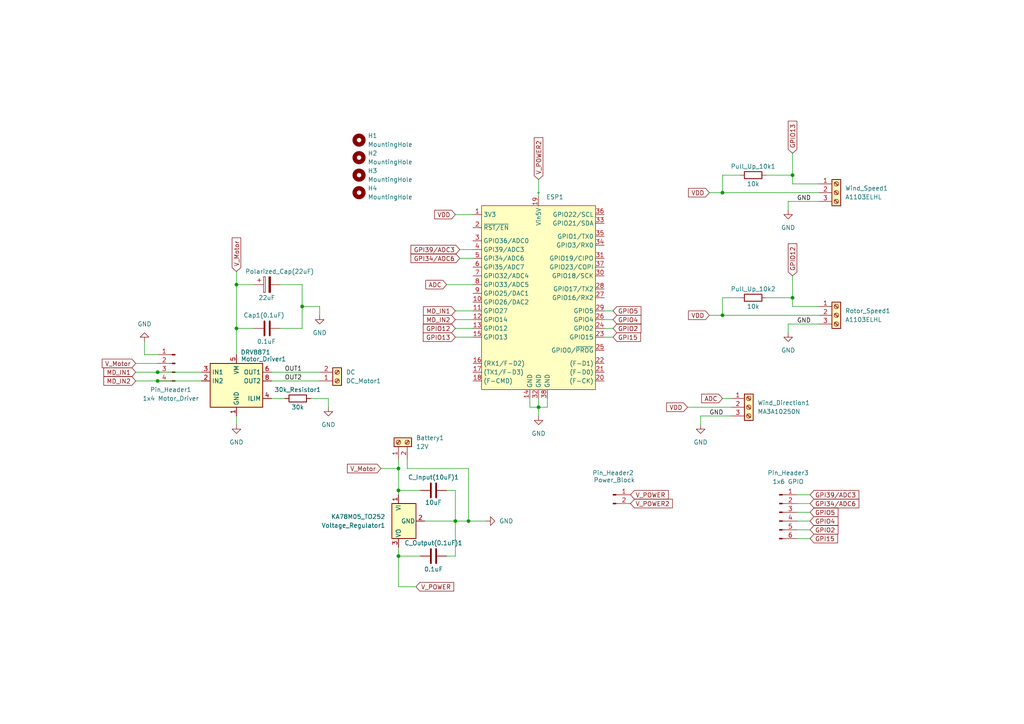
<source format=kicad_sch>
(kicad_sch (version 20230121) (generator eeschema)
  (paper "A4")
  (title_block (title "ME507_Turbine_PCB") (date "2023-11-02") (rev "V.2") (company "Cal Poly") (comment 1 "Jacob Brooks, Shashwat Sparsh"))
  (lib_symbols
    (symbol "Connector:Conn_01x02_Pin" (pin_names (offset 1.016) hide)
      (property "Reference" "J" (at 0 2.54 0))
      (property "Value" "Conn_01x02_Pin" (at 0 -5.08 0))
      (symbol "Conn_01x02_Pin_1_1"
        (polyline (pts (xy 1.27 -2.54) (xy 0.8636 -2.54)) (stroke (width 0.1524)))
        (polyline (pts (xy 1.27 0) (xy 0.8636 0)) (stroke (width 0.1524)))
        (rectangle (start 0.8636 -2.413) (end 0 -2.667) (stroke (width 0.1524)) (fill (type outline)))
        (rectangle (start 0.8636 0.127) (end 0 -0.127) (stroke (width 0.1524)) (fill (type outline)))
        (pin passive line (at 5.08 0 180) (length 3.81) (name "Pin_1") (number "1"))
        (pin passive line (at 5.08 -2.54 180) (length 3.81) (name "Pin_2") (number "2"))
      )
    )
    (symbol "Connector:Conn_01x04_Pin" (pin_names (offset 1.016) hide)
      (property "Reference" "J" (at 0 5.08 0))
      (property "Value" "Conn_01x04_Pin" (at 0 -7.62 0))
      (symbol "Conn_01x04_Pin_1_1"
        (polyline (pts (xy 1.27 -5.08) (xy 0.8636 -5.08)) (stroke (width 0.1524)))
        (polyline (pts (xy 1.27 -2.54) (xy 0.8636 -2.54)) (stroke (width 0.1524)))
        (polyline (pts (xy 1.27 0) (xy 0.8636 0)) (stroke (width 0.1524)))
        (polyline (pts (xy 1.27 2.54) (xy 0.8636 2.54)) (stroke (width 0.1524)))
        (rectangle (start 0.8636 -4.953) (end 0 -5.207) (stroke (width 0.1524)) (fill (type outline)))
        (rectangle (start 0.8636 -2.413) (end 0 -2.667) (stroke (width 0.1524)) (fill (type outline)))
        (rectangle (start 0.8636 0.127) (end 0 -0.127) (stroke (width 0.1524)) (fill (type outline)))
        (rectangle (start 0.8636 2.667) (end 0 2.413) (stroke (width 0.1524)) (fill (type outline)))
        (pin passive line (at 5.08 2.54 180) (length 3.81) (name "Pin_1") (number "1"))
        (pin passive line (at 5.08 0 180) (length 3.81) (name "Pin_2") (number "2"))
        (pin passive line (at 5.08 -2.54 180) (length 3.81) (name "Pin_3") (number "3"))
        (pin passive line (at 5.08 -5.08 180) (length 3.81) (name "Pin_4") (number "4"))
      )
    )
    (symbol "Connector:Conn_01x06_Pin" (pin_names (offset 1.016) hide)
      (property "Reference" "J" (at 0 7.62 0))
      (property "Value" "Conn_01x06_Pin" (at 0 -10.16 0))
      (symbol "Conn_01x06_Pin_1_1"
        (polyline (pts (xy 1.27 -7.62) (xy 0.8636 -7.62)) (stroke (width 0.1524)))
        (polyline (pts (xy 1.27 -5.08) (xy 0.8636 -5.08)) (stroke (width 0.1524)))
        (polyline (pts (xy 1.27 -2.54) (xy 0.8636 -2.54)) (stroke (width 0.1524)))
        (polyline (pts (xy 1.27 0) (xy 0.8636 0)) (stroke (width 0.1524)))
        (polyline (pts (xy 1.27 2.54) (xy 0.8636 2.54)) (stroke (width 0.1524)))
        (polyline (pts (xy 1.27 5.08) (xy 0.8636 5.08)) (stroke (width 0.1524)))
        (rectangle (start 0.8636 -7.493) (end 0 -7.747) (stroke (width 0.1524)) (fill (type outline)))
        (rectangle (start 0.8636 -4.953) (end 0 -5.207) (stroke (width 0.1524)) (fill (type outline)))
        (rectangle (start 0.8636 -2.413) (end 0 -2.667) (stroke (width 0.1524)) (fill (type outline)))
        (rectangle (start 0.8636 0.127) (end 0 -0.127) (stroke (width 0.1524)) (fill (type outline)))
        (rectangle (start 0.8636 2.667) (end 0 2.413) (stroke (width 0.1524)) (fill (type outline)))
        (rectangle (start 0.8636 5.207) (end 0 4.953) (stroke (width 0.1524)) (fill (type outline)))
        (pin passive line (at 5.08 5.08 180) (length 3.81) (name "Pin_1") (number "1"))
        (pin passive line (at 5.08 2.54 180) (length 3.81) (name "Pin_2") (number "2"))
        (pin passive line (at 5.08 0 180) (length 3.81) (name "Pin_3") (number "3"))
        (pin passive line (at 5.08 -2.54 180) (length 3.81) (name "Pin_4") (number "4"))
        (pin passive line (at 5.08 -5.08 180) (length 3.81) (name "Pin_5") (number "5"))
        (pin passive line (at 5.08 -7.62 180) (length 3.81) (name "Pin_6") (number "6"))
      )
    )
    (symbol "Connector:Screw_Terminal_01x02" (pin_names (offset 1.016) hide)
      (property "Reference" "J" (at 0 2.54 0))
      (property "Value" "Screw_Terminal_01x02" (at 0 -5.08 0))
      (symbol "Screw_Terminal_01x02_1_1"
        (rectangle (start -1.27 1.27) (end 1.27 -3.81) (stroke (width 0.254)) (fill (type background)))
        (circle (center 0 -2.54) (radius 0.635) (stroke (width 0.1524)))
        (polyline (pts (xy -0.5334 -2.2098) (xy 0.3302 -3.048)) (stroke (width 0.1524)))
        (polyline (pts (xy -0.5334 0.3302) (xy 0.3302 -0.508)) (stroke (width 0.1524)))
        (polyline (pts (xy -0.3556 -2.032) (xy 0.508 -2.8702)) (stroke (width 0.1524)))
        (polyline (pts (xy -0.3556 0.508) (xy 0.508 -0.3302)) (stroke (width 0.1524)))
        (circle (center 0 0) (radius 0.635) (stroke (width 0.1524)))
        (pin passive line (at -5.08 0 0) (length 3.81) (name "Pin_1") (number "1"))
        (pin passive line (at -5.08 -2.54 0) (length 3.81) (name "Pin_2") (number "2"))
      )
    )
    (symbol "Connector:Screw_Terminal_01x03" (pin_names (offset 1.016) hide)
      (property "Reference" "J" (at 0 5.08 0))
      (property "Value" "Screw_Terminal_01x03" (at 0 -5.08 0))
      (symbol "Screw_Terminal_01x03_1_1"
        (rectangle (start -1.27 3.81) (end 1.27 -3.81) (stroke (width 0.254)) (fill (type background)))
        (circle (center 0 -2.54) (radius 0.635) (stroke (width 0.1524)))
        (polyline (pts (xy -0.5334 -2.2098) (xy 0.3302 -3.048)) (stroke (width 0.1524)))
        (polyline (pts (xy -0.5334 0.3302) (xy 0.3302 -0.508)) (stroke (width 0.1524)))
        (polyline (pts (xy -0.5334 2.8702) (xy 0.3302 2.032)) (stroke (width 0.1524)))
        (polyline (pts (xy -0.3556 -2.032) (xy 0.508 -2.8702)) (stroke (width 0.1524)))
        (polyline (pts (xy -0.3556 0.508) (xy 0.508 -0.3302)) (stroke (width 0.1524)))
        (polyline (pts (xy -0.3556 3.048) (xy 0.508 2.2098)) (stroke (width 0.1524)))
        (circle (center 0 0) (radius 0.635) (stroke (width 0.1524)))
        (circle (center 0 2.54) (radius 0.635) (stroke (width 0.1524)))
        (pin passive line (at -5.08 2.54 0) (length 3.81) (name "Pin_1") (number "1"))
        (pin passive line (at -5.08 0 0) (length 3.81) (name "Pin_2") (number "2"))
        (pin passive line (at -5.08 -2.54 0) (length 3.81) (name "Pin_3") (number "3"))
      )
    )
    (symbol "Device:C" (pin_numbers hide) (pin_names (offset 0.254))
      (property "Reference" "C" (at 0.635 2.54 0))
      (property "Value" "C" (at 0.635 -2.54 0))
      (symbol "C_0_1"
        (polyline (pts (xy -2.032 -0.762) (xy 2.032 -0.762)) (stroke (width 0.508)))
        (polyline (pts (xy -2.032 0.762) (xy 2.032 0.762)) (stroke (width 0.508)))
      )
      (symbol "C_1_1"
        (pin passive line (at 0 3.81 270) (length 2.794) (name "~") (number "1"))
        (pin passive line (at 0 -3.81 90) (length 2.794) (name "~") (number "2"))
      )
    )
    (symbol "Device:C_Polarized" (pin_numbers hide) (pin_names (offset 0.254))
      (property "Reference" "C" (at 0.635 2.54 0))
      (property "Value" "C_Polarized" (at 0.635 -2.54 0))
      (symbol "C_Polarized_0_1"
        (rectangle (start -2.286 0.508) (end 2.286 1.016))
        (polyline (pts (xy -1.778 2.286) (xy -0.762 2.286)))
        (polyline (pts (xy -1.27 2.794) (xy -1.27 1.778)))
        (rectangle (start 2.286 -0.508) (end -2.286 -1.016) (fill (type outline)))
      )
      (symbol "C_Polarized_1_1"
        (pin passive line (at 0 3.81 270) (length 2.794) (name "~") (number "1"))
        (pin passive line (at 0 -3.81 90) (length 2.794) (name "~") (number "2"))
      )
    )
    (symbol "Device:R" (pin_numbers hide) (pin_names (offset 0))
      (property "Reference" "R" (at 2.032 0 90))
      (property "Value" "R" (at 0 0 90))
      (symbol "R_0_1"
        (rectangle (start -1.016 -2.54) (end 1.016 2.54) (stroke (width 0.254)))
      )
      (symbol "R_1_1"
        (pin passive line (at 0 3.81 270) (length 1.27) (name "~") (number "1"))
        (pin passive line (at 0 -3.81 90) (length 1.27) (name "~") (number "2"))
      )
    )
    (symbol "Driver_Motor:DRV8871DDA"
      (property "Reference" "U" (at -6.35 6.35 0))
      (property "Value" "DRV8871DDA" (at 8.89 6.35 0))
      (symbol "DRV8871DDA_0_1"
        (rectangle (start -7.62 5.08) (end 7.62 -7.62) (stroke (width 0.254)) (fill (type background)))
      )
      (symbol "DRV8871DDA_1_1"
        (pin power_in line (at 0 -10.16 90) (length 2.54) (name "GND") (number "1"))
        (pin input line (at -10.16 0 0) (length 2.54) (name "IN2") (number "2"))
        (pin input line (at -10.16 2.54 0) (length 2.54) (name "IN1") (number "3"))
        (pin passive line (at 10.16 -5.08 180) (length 2.54) (name "ILIM") (number "4"))
        (pin power_in line (at 0 7.62 270) (length 2.54) (name "VM") (number "5"))
        (pin output line (at 10.16 2.54 180) (length 2.54) (name "OUT1") (number "6"))
        (pin passive line (at 0 -10.16 90) (length 2.54) hide (name "GND") (number "7"))
        (pin output line (at 10.16 0 180) (length 2.54) (name "OUT2") (number "8"))
        (pin passive line (at 0 -10.16 90) (length 2.54) hide (name "GND") (number "9"))
      )
    )
    (symbol "ME507A:ESP32_Node_KY"
      (property "Reference" "ESP" (at -15.24 27.94 0))
      (symbol "ESP32_Node_KY_1_1"
        (rectangle (start -16.51 25.4) (end 16.51 -27.94) (fill (type background)))
        (pin power_out line (at -19.05 22.86 0) (length 2.54) (name "3V3") (number "1"))
        (pin bidirectional line (at -19.05 -2.54 0) (length 2.54) (name "GPIO26/DAC2") (number "10"))
        (pin bidirectional line (at -19.05 -5.08 0) (length 2.54) (name "GPIO27") (number "11"))
        (pin bidirectional line (at -19.05 -7.62 0) (length 2.54) (name "GPIO14") (number "12"))
        (pin bidirectional line (at -19.05 -10.16 0) (length 2.54) (name "GPIO12") (number "13"))
        (pin power_in line (at -2.54 -30.48 90) (length 2.54) (name "GND") (number "14"))
        (pin bidirectional line (at -19.05 -12.7 0) (length 2.54) (name "GPIO13") (number "15"))
        (pin bidirectional line (at -19.05 -20.32 0) (length 2.54) (name "(RX1/F-D2)") (number "16"))
        (pin bidirectional line (at -19.05 -22.86 0) (length 2.54) (name "(TX1/F-D3)") (number "17"))
        (pin unspecified line (at -19.05 -25.4 0) (length 2.54) (name "(F-CMD)") (number "18"))
        (pin power_in line (at 0 27.94 270) (length 2.54) (name "Vin5V") (number "19"))
        (pin input line (at -19.05 19.05 0) (length 2.54) (name "~{RST/EN}") (number "2"))
        (pin bidirectional line (at 19.05 -25.4 180) (length 2.54) (name "(F-CK)") (number "20"))
        (pin bidirectional line (at 19.05 -22.86 180) (length 2.54) (name "(F-D0)") (number "21"))
        (pin bidirectional line (at 19.05 -20.32 180) (length 2.54) (name "(F-D1)") (number "22"))
        (pin bidirectional line (at 19.05 -12.7 180) (length 2.54) (name "GPIO15") (number "23"))
        (pin bidirectional line (at 19.05 -10.16 180) (length 2.54) (name "GPIO2") (number "24"))
        (pin bidirectional line (at 19.05 -16.51 180) (length 2.54) (name "GPIO0/~{PROG}") (number "25"))
        (pin bidirectional line (at 19.05 -7.62 180) (length 2.54) (name "GPIO4") (number "26"))
        (pin bidirectional line (at 19.05 -1.27 180) (length 2.54) (name "GPIO16/RX2") (number "27"))
        (pin bidirectional line (at 19.05 1.27 180) (length 2.54) (name "GPIO17/TX2") (number "28"))
        (pin bidirectional line (at 19.05 -5.08 180) (length 2.54) (name "GPIO5") (number "29"))
        (pin input line (at -19.05 15.24 0) (length 2.54) (name "GPIO36/ADC0") (number "3"))
        (pin bidirectional line (at 19.05 5.08 180) (length 2.54) (name "GPIO18/SCK") (number "30"))
        (pin bidirectional line (at 19.05 10.16 180) (length 2.54) (name "GPIO19/CIPO") (number "31"))
        (pin power_in line (at 0 -30.48 90) (length 2.54) (name "GND") (number "32"))
        (pin bidirectional line (at 19.05 20.32 180) (length 2.54) (name "GPIO21/SDA") (number "33"))
        (pin bidirectional line (at 19.05 13.97 180) (length 2.54) (name "GPIO3/RX0") (number "34"))
        (pin bidirectional line (at 19.05 16.51 180) (length 2.54) (name "GPIO1/TX0") (number "35"))
        (pin bidirectional line (at 19.05 22.86 180) (length 2.54) (name "GPIO22/SCL") (number "36"))
        (pin bidirectional line (at 19.05 7.62 180) (length 2.54) (name "GPIO23/COPI") (number "37"))
        (pin power_in line (at 2.54 -30.48 90) (length 2.54) (name "GND") (number "38"))
        (pin input line (at -19.05 12.7 0) (length 2.54) (name "GPI39/ADC3") (number "4"))
        (pin input line (at -19.05 10.16 0) (length 2.54) (name "GPI34/ADC6") (number "5"))
        (pin input line (at -19.05 7.62 0) (length 2.54) (name "GPI35/ADC7") (number "6"))
        (pin bidirectional line (at -19.05 5.08 0) (length 2.54) (name "GPIO32/ADC4") (number "7"))
        (pin bidirectional line (at -19.05 2.54 0) (length 2.54) (name "GPIO33/ADC5") (number "8"))
        (pin bidirectional line (at -19.05 0 0) (length 2.54) (name "GPIO25/DAC1") (number "9"))
      )
    )
    (symbol "Mechanical:MountingHole" (pin_names (offset 1.016))
      (property "Reference" "H" (at 0 5.08 0))
      (property "Value" "MountingHole" (at 0 3.175 0))
      (symbol "MountingHole_0_1"
        (circle (center 0 0) (radius 1.27) (stroke (width 1.27)))
      )
    )
    (symbol "Regulator_Linear:KA78M05_TO252" (pin_names (offset 0.254))
      (property "Reference" "U" (at -3.81 3.175 0))
      (property "Value" "KA78M05_TO252" (at 0 3.175 0))
      (symbol "KA78M05_TO252_0_1"
        (rectangle (start -5.08 1.905) (end 5.08 -5.08) (stroke (width 0.254)) (fill (type background)))
      )
      (symbol "KA78M05_TO252_1_1"
        (pin power_in line (at -7.62 0 0) (length 2.54) (name "VI") (number "1"))
        (pin power_in line (at 0 -7.62 90) (length 2.54) (name "GND") (number "2"))
        (pin power_out line (at 7.62 0 180) (length 2.54) (name "VO") (number "3"))
      )
    )
    (symbol "power:GND" (power) (pin_names (offset 0))
      (property "Value" "GND" (at 0 -3.81 0))
      (symbol "GND_0_1"
        (polyline (pts (xy 0 0) (xy 0 -1.27) (xy 1.27 -1.27) (xy 0 -2.54) (xy -1.27 -1.27) (xy 0 -1.27)))
      )
      (symbol "GND_1_1"
        (pin power_in line (at 0 0 270) (length 0) hide (name "GND") (number "1"))
      )
    )
  )
  (junction (at 135.89 151.13))
  (junction (at 87.63 88.9))
  (junction (at 68.58 95.25))
  (junction (at 229.87 86.36))
  (junction (at 68.58 82.55))
  (junction (at 156.21 118.11))
  (junction (at 115.57 135.89))
  (junction (at 229.87 50.8))
  (junction (at 45.72 110.49))
  (junction (at 209.55 55.88))
  (junction (at 132.08 151.13))
  (junction (at 115.57 161.29))
  (junction (at 115.57 142.24))
  (junction (at 45.72 107.95))
  (junction (at 209.55 91.44))
  (wire (pts (xy 156.21 52.07) (xy 156.21 57.15)))
  (wire (pts (xy 115.57 135.89) (xy 115.57 142.24)))
  (wire (pts (xy 132.08 62.23) (xy 137.16 62.23)))
  (wire (pts (xy 229.87 88.9) (xy 237.49 88.9)))
  (wire (pts (xy 95.25 115.57) (xy 95.25 118.11)))
  (wire (pts (xy 132.08 161.29) (xy 132.08 151.13)))
  (wire (pts (xy 45.72 110.49) (xy 58.42 110.49)))
  (wire (pts (xy 129.54 161.29) (xy 132.08 161.29)))
  (wire (pts (xy 68.58 120.65) (xy 68.58 123.19)))
  (wire (pts (xy 110.49 135.89) (xy 115.57 135.89)))
  (wire (pts (xy 78.74 107.95) (xy 92.71 107.95)))
  (wire (pts (xy 133.35 72.39) (xy 137.16 72.39)))
  (wire (pts (xy 87.63 95.25) (xy 87.63 88.9)))
  (wire (pts (xy 45.72 107.95) (xy 58.42 107.95)))
  (wire (pts (xy 129.54 82.55) (xy 137.16 82.55)))
  (wire (pts (xy 228.6 58.42) (xy 237.49 58.42)))
  (wire (pts (xy 132.08 95.25) (xy 137.16 95.25)))
  (wire (pts (xy 209.55 86.36) (xy 209.55 91.44)))
  (wire (pts (xy 135.89 135.89) (xy 135.89 151.13)))
  (wire (pts (xy 115.57 170.18) (xy 120.65 170.18)))
  (wire (pts (xy 205.74 91.44) (xy 209.55 91.44)))
  (wire (pts (xy 153.67 115.57) (xy 153.67 118.11)))
  (wire (pts (xy 118.11 135.89) (xy 118.11 133.35)))
  (wire (pts (xy 132.08 97.79) (xy 137.16 97.79)))
  (wire (pts (xy 39.37 110.49) (xy 45.72 110.49)))
  (wire (pts (xy 39.37 107.95) (xy 45.72 107.95)))
  (wire (pts (xy 214.63 86.36) (xy 209.55 86.36)))
  (wire (pts (xy 115.57 158.75) (xy 115.57 161.29)))
  (wire (pts (xy 115.57 133.35) (xy 115.57 135.89)))
  (wire (pts (xy 92.71 88.9) (xy 87.63 88.9)))
  (wire (pts (xy 229.87 53.34) (xy 237.49 53.34)))
  (wire (pts (xy 228.6 96.52) (xy 228.6 93.98)))
  (wire (pts (xy 132.08 142.24) (xy 132.08 151.13)))
  (wire (pts (xy 115.57 161.29) (xy 115.57 170.18)))
  (wire (pts (xy 68.58 95.25) (xy 68.58 102.87)))
  (wire (pts (xy 209.55 55.88) (xy 237.49 55.88)))
  (wire (pts (xy 203.2 123.19) (xy 203.2 120.65)))
  (wire (pts (xy 231.14 146.05) (xy 234.95 146.05)))
  (wire (pts (xy 209.55 50.8) (xy 209.55 55.88)))
  (wire (pts (xy 41.91 99.06) (xy 41.91 102.87)))
  (wire (pts (xy 222.25 50.8) (xy 229.87 50.8)))
  (wire (pts (xy 132.08 151.13) (xy 135.89 151.13)))
  (wire (pts (xy 229.87 86.36) (xy 229.87 80.01)))
  (wire (pts (xy 199.39 118.11) (xy 212.09 118.11)))
  (wire (pts (xy 205.74 55.88) (xy 209.55 55.88)))
  (wire (pts (xy 92.71 91.44) (xy 92.71 88.9)))
  (wire (pts (xy 118.11 135.89) (xy 135.89 135.89)))
  (wire (pts (xy 209.55 91.44) (xy 237.49 91.44)))
  (wire (pts (xy 123.19 151.13) (xy 132.08 151.13)))
  (wire (pts (xy 132.08 92.71) (xy 137.16 92.71)))
  (wire (pts (xy 153.67 118.11) (xy 156.21 118.11)))
  (wire (pts (xy 133.35 74.93) (xy 137.16 74.93)))
  (wire (pts (xy 229.87 50.8) (xy 229.87 44.45)))
  (wire (pts (xy 158.75 115.57) (xy 158.75 118.11)))
  (wire (pts (xy 129.54 142.24) (xy 132.08 142.24)))
  (wire (pts (xy 231.14 153.67) (xy 234.95 153.67)))
  (wire (pts (xy 214.63 50.8) (xy 209.55 50.8)))
  (wire (pts (xy 203.2 120.65) (xy 212.09 120.65)))
  (wire (pts (xy 87.63 82.55) (xy 81.28 82.55)))
  (wire (pts (xy 41.91 102.87) (xy 45.72 102.87)))
  (wire (pts (xy 231.14 151.13) (xy 234.95 151.13)))
  (wire (pts (xy 78.74 110.49) (xy 92.71 110.49)))
  (wire (pts (xy 90.17 115.57) (xy 95.25 115.57)))
  (wire (pts (xy 68.58 78.74) (xy 68.58 82.55)))
  (wire (pts (xy 135.89 151.13) (xy 140.97 151.13)))
  (wire (pts (xy 229.87 53.34) (xy 229.87 50.8)))
  (wire (pts (xy 156.21 118.11) (xy 156.21 120.65)))
  (wire (pts (xy 229.87 88.9) (xy 229.87 86.36)))
  (wire (pts (xy 115.57 142.24) (xy 115.57 143.51)))
  (wire (pts (xy 158.75 118.11) (xy 156.21 118.11)))
  (wire (pts (xy 209.55 115.57) (xy 212.09 115.57)))
  (wire (pts (xy 222.25 86.36) (xy 229.87 86.36)))
  (wire (pts (xy 78.74 115.57) (xy 82.55 115.57)))
  (wire (pts (xy 115.57 161.29) (xy 121.92 161.29)))
  (wire (pts (xy 175.26 95.25) (xy 177.8 95.25)))
  (wire (pts (xy 81.28 95.25) (xy 87.63 95.25)))
  (wire (pts (xy 231.14 148.59) (xy 234.95 148.59)))
  (wire (pts (xy 175.26 90.17) (xy 177.8 90.17)))
  (wire (pts (xy 228.6 60.96) (xy 228.6 58.42)))
  (wire (pts (xy 231.14 143.51) (xy 234.95 143.51)))
  (wire (pts (xy 231.14 156.21) (xy 234.95 156.21)))
  (wire (pts (xy 68.58 95.25) (xy 73.66 95.25)))
  (wire (pts (xy 87.63 88.9) (xy 87.63 82.55)))
  (wire (pts (xy 39.37 105.41) (xy 45.72 105.41)))
  (wire (pts (xy 156.21 115.57) (xy 156.21 118.11)))
  (wire (pts (xy 115.57 142.24) (xy 121.92 142.24)))
  (wire (pts (xy 228.6 93.98) (xy 237.49 93.98)))
  (wire (pts (xy 68.58 82.55) (xy 73.66 82.55)))
  (wire (pts (xy 175.26 97.79) (xy 177.8 97.79)))
  (wire (pts (xy 68.58 82.55) (xy 68.58 95.25)))
  (wire (pts (xy 175.26 92.71) (xy 177.8 92.71)))
  (wire (pts (xy 132.08 90.17) (xy 137.16 90.17)))
  (label "GND" (at 205.74 120.65 0))
  (label "GND" (at 231.14 93.98 0))
  (label "GND" (at 231.14 58.42 0))
  (label "OUT1" (at 82.55 107.95 0))
  (label "OUT2" (at 82.55 110.49 0))
  (global_label "GPIO2" (shape input) (at 234.95 153.67 0) (property "Intersheetrefs" "${INTERSHEET_REFS}" (effects hide)))
  (global_label "MD_IN1" (shape input) (at 132.08 90.17 180) (property "Intersheetrefs" "${INTERSHEET_REFS}" (effects hide)))
  (global_label "GPI39{slash}ADC3" (shape input) (at 234.95 143.51 0) (property "Intersheetrefs" "${INTERSHEET_REFS}" (effects hide)))
  (global_label "ADC" (shape input) (at 129.54 82.55 180) (property "Intersheetrefs" "${INTERSHEET_REFS}" (effects hide)))
  (global_label "V_Motor" (shape input) (at 68.58 78.74 90) (property "Intersheetrefs" "${INTERSHEET_REFS}" (effects hide)))
  (global_label "V_POWER2" (shape input) (at 182.88 146.05 0) (property "Intersheetrefs" "${INTERSHEET_REFS}" (effects hide)))
  (global_label "VDD" (shape input) (at 205.74 91.44 180) (property "Intersheetrefs" "${INTERSHEET_REFS}" (effects hide)))
  (global_label "GPI34{slash}ADC6" (shape input) (at 133.35 74.93 180) (property "Intersheetrefs" "${INTERSHEET_REFS}" (effects hide)))
  (global_label "GPI15" (shape input) (at 234.95 156.21 0) (property "Intersheetrefs" "${INTERSHEET_REFS}" (effects hide)))
  (global_label "VDD" (shape input) (at 199.39 118.11 180) (property "Intersheetrefs" "${INTERSHEET_REFS}" (effects hide)))
  (global_label "GPIO5" (shape input) (at 234.95 148.59 0) (property "Intersheetrefs" "${INTERSHEET_REFS}" (effects hide)))
  (global_label "V_POWER" (shape input) (at 120.65 170.18 0) (property "Intersheetrefs" "${INTERSHEET_REFS}" (effects hide)))
  (global_label "V_POWER" (shape input) (at 182.88 143.51 0) (property "Intersheetrefs" "${INTERSHEET_REFS}" (effects hide)))
  (global_label "V_POWER2" (shape input) (at 156.21 52.07 90) (property "Intersheetrefs" "${INTERSHEET_REFS}" (effects hide)))
  (global_label "GPIO12" (shape input) (at 132.08 95.25 180) (property "Intersheetrefs" "${INTERSHEET_REFS}" (effects hide)))
  (global_label "GPI39{slash}ADC3" (shape input) (at 133.35 72.39 180) (property "Intersheetrefs" "${INTERSHEET_REFS}" (effects hide)))
  (global_label "GPIO4" (shape input) (at 177.8 92.71 0) (property "Intersheetrefs" "${INTERSHEET_REFS}" (effects hide)))
  (global_label "V_Motor" (shape input) (at 110.49 135.89 180) (property "Intersheetrefs" "${INTERSHEET_REFS}" (effects hide)))
  (global_label "MD_IN2" (shape input) (at 39.37 110.49 180) (property "Intersheetrefs" "${INTERSHEET_REFS}" (effects hide)))
  (global_label "GPIO12" (shape input) (at 229.87 80.01 90) (property "Intersheetrefs" "${INTERSHEET_REFS}" (effects hide)))
  (global_label "VDD" (shape input) (at 132.08 62.23 180) (property "Intersheetrefs" "${INTERSHEET_REFS}" (effects hide)))
  (global_label "GPIO13" (shape input) (at 132.08 97.79 180) (property "Intersheetrefs" "${INTERSHEET_REFS}" (effects hide)))
  (global_label "GPI15" (shape input) (at 177.8 97.79 0) (property "Intersheetrefs" "${INTERSHEET_REFS}" (effects hide)))
  (global_label "GPI34{slash}ADC6" (shape input) (at 234.95 146.05 0) (property "Intersheetrefs" "${INTERSHEET_REFS}" (effects hide)))
  (global_label "GPIO13" (shape input) (at 229.87 44.45 90) (property "Intersheetrefs" "${INTERSHEET_REFS}" (effects hide)))
  (global_label "GPIO2" (shape input) (at 177.8 95.25 0) (property "Intersheetrefs" "${INTERSHEET_REFS}" (effects hide)))
  (global_label "ADC" (shape input) (at 209.55 115.57 180) (property "Intersheetrefs" "${INTERSHEET_REFS}" (effects hide)))
  (global_label "VDD" (shape input) (at 205.74 55.88 180) (property "Intersheetrefs" "${INTERSHEET_REFS}" (effects hide)))
  (global_label "MD_IN2" (shape input) (at 132.08 92.71 180) (property "Intersheetrefs" "${INTERSHEET_REFS}" (effects hide)))
  (global_label "V_Motor" (shape input) (at 39.37 105.41 180) (property "Intersheetrefs" "${INTERSHEET_REFS}" (effects hide)))
  (global_label "GPIO4" (shape input) (at 234.95 151.13 0) (property "Intersheetrefs" "${INTERSHEET_REFS}" (effects hide)))
  (global_label "GPIO5" (shape input) (at 177.8 90.17 0) (property "Intersheetrefs" "${INTERSHEET_REFS}" (effects hide)))
  (global_label "MD_IN1" (shape input) (at 39.37 107.95 180) (property "Intersheetrefs" "${INTERSHEET_REFS}" (effects hide)))
  (symbol (lib_id "Connector:Conn_01x04_Pin") (at 50.8 105.41 0) (mirror y) (unit 1)
    (property "Reference" "Pin_Header1" (at 49.53 113.03 0))
    (property "Value" "1x4 Motor_Driver" (at 49.53 115.57 0))
    (property "Footprint" "Connector_PinHeader_2.54mm:PinHeader_1x04_P2.54mm_Vertical" (effects hide))
  )
  (symbol (lib_id "Mechanical:MountingHole") (at 104.14 40.64 0) (unit 1)
    (property "Reference" "H1" (at 106.68 39.37 0) (effects (justify left)))
    (property "Value" "MountingHole" (at 106.68 41.91 0) (effects (justify left)))
    (property "Footprint" "MountingHole:MountingHole_3.2mm_M3" (effects hide))
  )
  (symbol (lib_id "Connector:Screw_Terminal_01x03") (at 217.17 118.11 0) (unit 1)
    (property "Reference" "Wind_Direction1" (at 219.71 116.84 0) (effects (justify left)))
    (property "Value" "MA3A10250N" (at 219.71 119.38 0) (effects (justify left)))
    (property "Footprint" "TerminalBlock_Phoenix:TerminalBlock_Phoenix_MPT-0,5-3-2.54_1x03_P2.54mm_Horizontal" (effects hide))
  )
  (symbol (lib_id "Regulator_Linear:KA78M05_TO252") (at 115.57 151.13 90) (mirror x) (unit 1)
    (property "Reference" "Voltage_Regulator1" (at 111.76 152.4 90) (effects (justify left)))
    (property "Value" "KA78M05_TO252" (at 111.76 149.86 90) (effects (justify left)))
    (property "Footprint" "Package_TO_SOT_SMD:TO-252-2" (effects hide))
    (property "Datasheet" "https://www.onsemi.com/pub/Collateral/MC78M00-D.PDF" (effects hide))
  )
  (symbol (lib_id "Connector:Screw_Terminal_01x03") (at 242.57 91.44 0) (unit 1)
    (property "Reference" "Rotor_Speed1" (at 245.11 90.17 0) (effects (justify left)))
    (property "Value" "A1103ELHL" (at 245.11 92.71 0) (effects (justify left)))
    (property "Footprint" "TerminalBlock_Phoenix:TerminalBlock_Phoenix_MPT-0,5-3-2.54_1x03_P2.54mm_Horizontal" (effects hide))
  )
  (symbol (lib_id "power:GND") (at 228.6 60.96 0) (unit 1)
    (property "Reference" "#PWR01" (effects hide))
    (property "Value" "GND" (at 228.6 66.04 0))
  )
  (symbol (lib_id "Mechanical:MountingHole") (at 104.14 45.72 0) (unit 1)
    (property "Reference" "H2" (at 106.68 44.45 0) (effects (justify left)))
    (property "Value" "MountingHole" (at 106.68 46.99 0) (effects (justify left)))
    (property "Footprint" "MountingHole:MountingHole_3.2mm_M3" (effects hide))
  )
  (symbol (lib_id "Mechanical:MountingHole") (at 104.14 55.88 0) (unit 1)
    (property "Reference" "H4" (at 106.68 54.61 0) (effects (justify left)))
    (property "Value" "MountingHole" (at 106.68 57.15 0) (effects (justify left)))
    (property "Footprint" "MountingHole:MountingHole_3.2mm_M3" (effects hide))
  )
  (symbol (lib_id "Device:C") (at 125.73 142.24 270) (unit 1)
    (property "Reference" "C_Input(10uF)1" (at 125.73 138.43 90))
    (property "Value" "10uF" (at 125.7074 145.7447 90))
    (property "Footprint" "Capacitor_SMD:C_0805_2012Metric" (effects hide))
  )
  (symbol (lib_id "Device:C_Polarized") (at 77.47 82.55 90) (mirror x) (unit 1)
    (property "Reference" "Polarized_Cap(22uF)" (at 71.12 78.74 90) (effects (justify right)))
    (property "Value" "22uF" (at 74.93 86.36 90) (effects (justify right)))
    (property "Footprint" "Capacitor_THT:CP_Radial_D5.0mm_P2.00mm" (effects hide))
  )
  (symbol (lib_id "power:GND") (at 92.71 91.44 0) (unit 1)
    (property "Reference" "#PWR04" (effects hide))
    (property "Value" "GND" (at 92.71 96.52 0))
  )
  (symbol (lib_id "power:GND") (at 156.21 120.65 0) (unit 1)
    (property "Reference" "#PWR03" (effects hide))
    (property "Value" "GND" (at 156.21 125.73 0))
  )
  (symbol (lib_id "Connector:Conn_01x02_Pin") (at 177.8 143.51 0) (unit 1)
    (property "Reference" "Pin_Header2" (at 177.8 137.16 0))
    (property "Value" "Power_Block" (at 178.1711 139.2139 0))
    (property "Footprint" "Connector_PinHeader_2.54mm:PinHeader_1x02_P2.54mm_Vertical" (effects hide))
  )
  (symbol (lib_id "ME507A:ESP32_Node_KY") (at 156.21 85.09 0) (unit 1)
    (property "Reference" "ESP1" (at 158.4041 57.15 0) (effects (justify left)))
    (property "Value" "~" (at 156.21 55.88 0))
    (property "Footprint" "ME507A:ESP32_NodeMCU_KeeYees" (effects hide))
  )
  (symbol (lib_id "Mechanical:MountingHole") (at 104.14 50.8 0) (unit 1)
    (property "Reference" "H3" (at 106.68 49.53 0) (effects (justify left)))
    (property "Value" "MountingHole" (at 106.68 52.07 0) (effects (justify left)))
    (property "Footprint" "MountingHole:MountingHole_3.2mm_M3" (effects hide))
  )
  (symbol (lib_id "power:GND") (at 95.25 118.11 0) (unit 1)
    (property "Reference" "#PWR07" (effects hide))
    (property "Value" "GND" (at 95.25 123.19 0))
  )
  (symbol (lib_id "Driver_Motor:DRV8871DDA") (at 68.58 110.49 0) (unit 1)
    (property "Reference" "Motor_Driver1" (at 69.85 104.14 0) (effects (justify left)))
    (property "Value" "DRV8871" (at 69.7825 102.1787 0) (effects (justify left)))
    (property "Footprint" "Package_SO:Texas_HTSOP-8-1EP_3.9x4.9mm_P1.27mm_EP2.95x4.9mm_Mask2.4x3.1mm_ThermalVias" (effects hide))
    (property "Datasheet" "http://www.ti.com/lit/ds/symlink/drv8871.pdf" (effects hide))
  )
  (symbol (lib_id "Device:R") (at 86.36 115.57 270) (unit 1)
    (property "Reference" "30k_Resistor1" (at 86.36 113.03 90))
    (property "Value" "30k" (at 86.36 118.11 90))
    (property "Footprint" "Resistor_SMD:R_0805_2012Metric" (effects hide))
  )
  (symbol (lib_id "Connector:Screw_Terminal_01x02") (at 97.79 110.49 0) (mirror x) (unit 1)
    (property "Reference" "DC_Motor1" (at 100.33 110.49 0) (effects (justify left)))
    (property "Value" "DC" (at 100.33 107.95 0) (effects (justify left)))
    (property "Footprint" "TerminalBlock_Phoenix:TerminalBlock_Phoenix_MPT-0,5-2-2.54_1x02_P2.54mm_Horizontal" (effects hide))
  )
  (symbol (lib_id "power:GND") (at 68.58 123.19 0) (unit 1)
    (property "Reference" "#PWR06" (effects hide))
    (property "Value" "GND" (at 68.58 128.27 0))
  )
  (symbol (lib_id "Device:R") (at 218.44 50.8 90) (unit 1)
    (property "Reference" "Pull_Up_10k1" (at 218.44 48.26 90))
    (property "Value" "10k" (at 218.44 53.34 90))
    (property "Footprint" "Resistor_SMD:R_0805_2012Metric" (effects hide))
  )
  (symbol (lib_id "power:GND") (at 140.97 151.13 90) (unit 1)
    (property "Reference" "#PWR05" (effects hide))
    (property "Value" "GND" (at 144.78 151.13 90) (effects (justify right)))
  )
  (symbol (lib_id "Connector:Screw_Terminal_01x02") (at 115.57 128.27 90) (unit 1)
    (property "Reference" "Battery1" (at 120.65 127 90) (effects (justify right)))
    (property "Value" "12V" (at 120.65 129.54 90) (effects (justify right)))
    (property "Footprint" "TerminalBlock_Phoenix:TerminalBlock_Phoenix_MPT-0,5-2-2.54_1x02_P2.54mm_Horizontal" (effects hide))
  )
  (symbol (lib_id "power:GND") (at 203.2 123.19 0) (unit 1)
    (property "Reference" "#PWR08" (effects hide))
    (property "Value" "GND" (at 203.2 128.27 0))
  )
  (symbol (lib_id "Device:C") (at 77.47 95.25 270) (unit 1)
    (property "Reference" "Cap1(0.1uF)" (at 82.55 91.44 90) (effects (justify right)))
    (property "Value" "0.1uF" (at 80.01 99.06 90) (effects (justify right)))
    (property "Footprint" "Capacitor_SMD:C_0805_2012Metric" (effects hide))
  )
  (symbol (lib_id "power:GND") (at 41.91 99.06 180) (unit 1)
    (property "Reference" "#PWR09" (effects hide))
    (property "Value" "GND" (at 41.91 93.98 0))
  )
  (symbol (lib_id "Device:C") (at 125.73 161.29 270) (unit 1)
    (property "Reference" "C_Output(0.1uF)1" (at 125.73 157.48 90))
    (property "Value" "0.1uF" (at 125.73 165.1 90))
    (property "Footprint" "Capacitor_SMD:C_0805_2012Metric" (effects hide))
  )
  (symbol (lib_id "Connector:Screw_Terminal_01x03") (at 242.57 55.88 0) (unit 1)
    (property "Reference" "Wind_Speed1" (at 245.11 54.61 0) (effects (justify left)))
    (property "Value" "A1103ELHL" (at 245.11 57.15 0) (effects (justify left)))
    (property "Footprint" "TerminalBlock_Phoenix:TerminalBlock_Phoenix_MPT-0,5-3-2.54_1x03_P2.54mm_Horizontal" (effects hide))
  )
  (symbol (lib_id "Connector:Conn_01x06_Pin") (at 226.06 148.59 0) (unit 1)
    (property "Reference" "Pin_Header3" (at 228.6 137.16 0))
    (property "Value" "1x6 GPIO" (at 228.6 139.7 0))
    (property "Footprint" "Connector_PinHeader_2.54mm:PinHeader_1x06_P2.54mm_Vertical" (effects hide))
  )
  (symbol (lib_id "Device:R") (at 218.44 86.36 90) (unit 1)
    (property "Reference" "Pull_Up_10k2" (at 218.44 83.82 90))
    (property "Value" "10k" (at 218.44 88.9 90))
    (property "Footprint" "Resistor_SMD:R_0805_2012Metric" (effects hide))
  )
  (symbol (lib_id "power:GND") (at 228.6 96.52 0) (unit 1)
    (property "Reference" "#PWR02" (effects hide))
    (property "Value" "GND" (at 228.6 101.6 0))
  )
)
</source>
